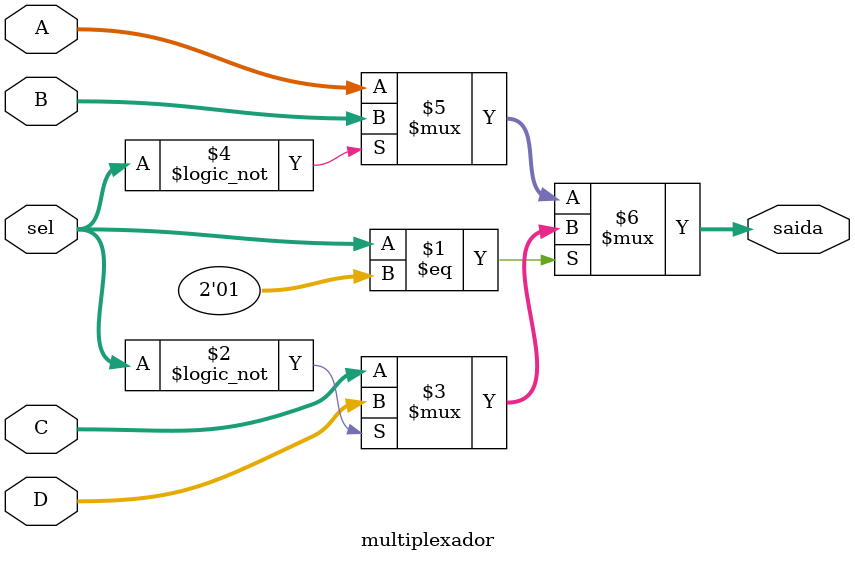
<source format=v>
module multiplexador ( 

    input [15:0] A, 
    input [15:0] B, 
    input [15:0] C, 
    input [15:0] D, 
    input [1:0] sel,
    output [15:0] saida
);

    assign saida = sel == 01 ? (sel == 00 ? D : C) : (sel == 00 ? B : A); 

endmodule
</source>
